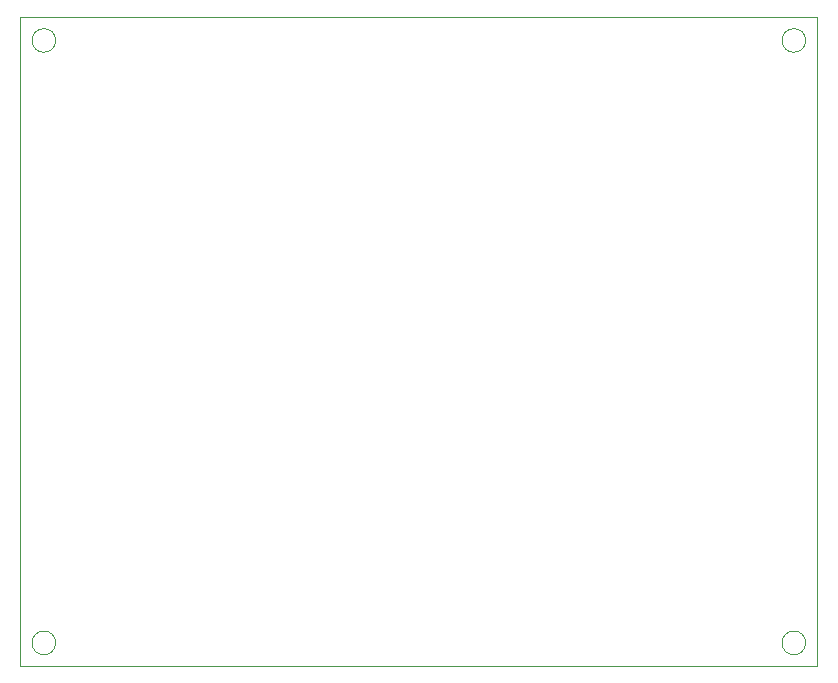
<source format=gbr>
%TF.GenerationSoftware,KiCad,Pcbnew,9.0.0*%
%TF.CreationDate,2025-04-30T22:01:28-04:00*%
%TF.ProjectId,arm,61726d2e-6b69-4636-9164-5f7063625858,rev?*%
%TF.SameCoordinates,Original*%
%TF.FileFunction,Profile,NP*%
%FSLAX46Y46*%
G04 Gerber Fmt 4.6, Leading zero omitted, Abs format (unit mm)*
G04 Created by KiCad (PCBNEW 9.0.0) date 2025-04-30 22:01:28*
%MOMM*%
%LPD*%
G01*
G04 APERTURE LIST*
%TA.AperFunction,Profile*%
%ADD10C,0.050000*%
%TD*%
G04 APERTURE END LIST*
D10*
X178000000Y-72500000D02*
G75*
G02*
X176000000Y-72500000I-1000000J0D01*
G01*
X176000000Y-72500000D02*
G75*
G02*
X178000000Y-72500000I1000000J0D01*
G01*
X114500000Y-123500000D02*
G75*
G02*
X112500000Y-123500000I-1000000J0D01*
G01*
X112500000Y-123500000D02*
G75*
G02*
X114500000Y-123500000I1000000J0D01*
G01*
X178000000Y-123500000D02*
G75*
G02*
X176000000Y-123500000I-1000000J0D01*
G01*
X176000000Y-123500000D02*
G75*
G02*
X178000000Y-123500000I1000000J0D01*
G01*
X114500000Y-72500000D02*
G75*
G02*
X112500000Y-72500000I-1000000J0D01*
G01*
X112500000Y-72500000D02*
G75*
G02*
X114500000Y-72500000I1000000J0D01*
G01*
X111500000Y-70500000D02*
X179000000Y-70500000D01*
X179000000Y-125500000D01*
X111500000Y-125500000D01*
X111500000Y-70500000D01*
M02*

</source>
